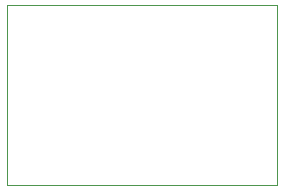
<source format=gbr>
%TF.GenerationSoftware,KiCad,Pcbnew,6.0.7-f9a2dced07~116~ubuntu20.04.1*%
%TF.CreationDate,2022-10-31T14:46:48+01:00*%
%TF.ProjectId,sgp41_board,73677034-315f-4626-9f61-72642e6b6963,rev?*%
%TF.SameCoordinates,Original*%
%TF.FileFunction,Profile,NP*%
%FSLAX46Y46*%
G04 Gerber Fmt 4.6, Leading zero omitted, Abs format (unit mm)*
G04 Created by KiCad (PCBNEW 6.0.7-f9a2dced07~116~ubuntu20.04.1) date 2022-10-31 14:46:48*
%MOMM*%
%LPD*%
G01*
G04 APERTURE LIST*
%TA.AperFunction,Profile*%
%ADD10C,0.100000*%
%TD*%
G04 APERTURE END LIST*
D10*
X99060000Y-30480000D02*
X121920000Y-30480000D01*
X121920000Y-30480000D02*
X121920000Y-45720000D01*
X121920000Y-45720000D02*
X99060000Y-45720000D01*
X99060000Y-45720000D02*
X99060000Y-30480000D01*
M02*

</source>
